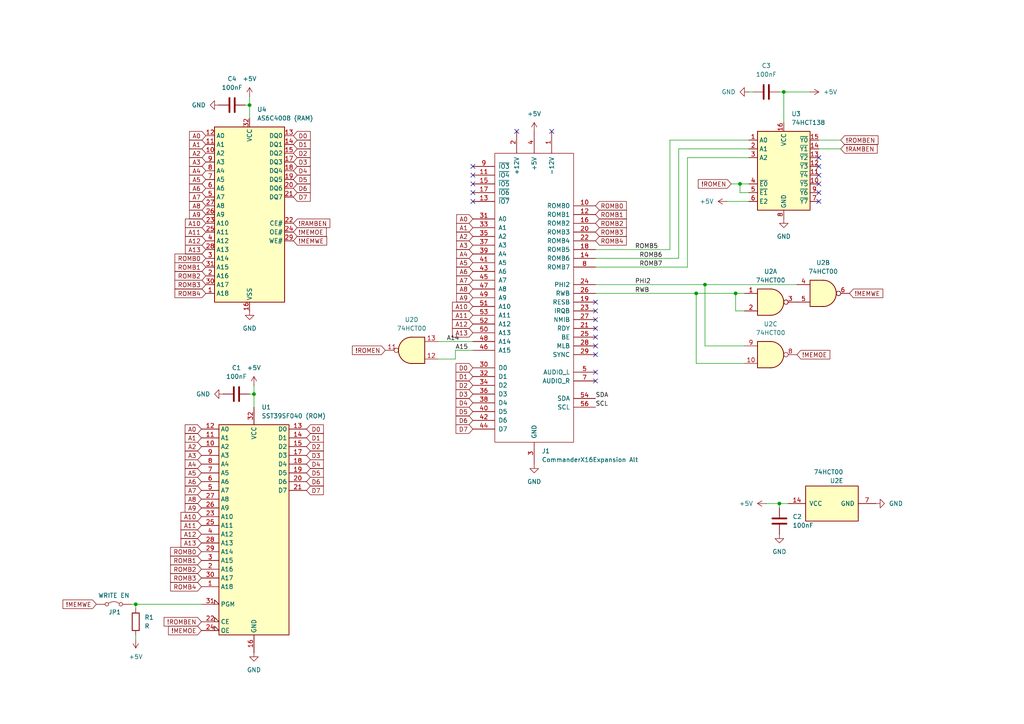
<source format=kicad_sch>
(kicad_sch (version 20231120) (generator "eeschema") (generator_version "8.0")
  (paper "A4")
  (lib_symbols
    (symbol "74xx:74HCT00" (pin_names (offset 1.016))
      (property "Reference" "U" (at 0 1.27 0))
      (property "Value" "74HCT00" (at 0 -1.27 0))
      (symbol "74HCT00_1_1"
        (arc (start 0 -3.81) (mid 3.7934 0) (end 0 3.81) (stroke (width 0.254)) (fill (type background)))
        (polyline (pts (xy 0 3.81) (xy -3.81 3.81) (xy -3.81 -3.81) (xy 0 -3.81)) (stroke (width 0.254)) (fill (type background)))
        (pin input line (at -7.62 2.54 0) (length 3.81) (name "~") (number "1"))
        (pin input line (at -7.62 -2.54 0) (length 3.81) (name "~") (number "2"))
        (pin output inverted (at 7.62 0 180) (length 3.81) (name "~") (number "3"))
      )
      (symbol "74HCT00_1_2"
        (arc (start -3.81 -3.81) (mid -2.589 0) (end -3.81 3.81) (stroke (width 0.254)))
        (arc (start -0.6096 -3.81) (mid 2.1842 -2.5851) (end 3.81 0) (stroke (width 0.254)) (fill (type background)))
        (polyline (pts (xy -3.81 -3.81) (xy -0.635 -3.81)) (stroke (width 0.254)) (fill (type background)))
        (polyline (pts (xy -3.81 3.81) (xy -0.635 3.81)) (stroke (width 0.254)) (fill (type background)))
        (polyline (pts (xy -0.635 3.81) (xy -3.81 3.81) (xy -3.81 3.81) (xy -3.556 3.4036) (xy -3.0226 2.2606) (xy -2.6924 1.0414) (xy -2.6162 -0.254) (xy -2.7686 -1.4986) (xy -3.175 -2.7178) (xy -3.81 -3.81) (xy -3.81 -3.81) (xy -0.635 -3.81)) (stroke (width -25.4)) (fill (type background)))
        (arc (start 3.81 0) (mid 2.1915 2.5936) (end -0.6096 3.81) (stroke (width 0.254)) (fill (type background)))
        (pin input inverted (at -7.62 2.54 0) (length 4.318) (name "~") (number "1"))
        (pin input inverted (at -7.62 -2.54 0) (length 4.318) (name "~") (number "2"))
        (pin output line (at 7.62 0 180) (length 3.81) (name "~") (number "3"))
      )
      (symbol "74HCT00_2_1"
        (arc (start 0 -3.81) (mid 3.7934 0) (end 0 3.81) (stroke (width 0.254)) (fill (type background)))
        (polyline (pts (xy 0 3.81) (xy -3.81 3.81) (xy -3.81 -3.81) (xy 0 -3.81)) (stroke (width 0.254)) (fill (type background)))
        (pin input line (at -7.62 2.54 0) (length 3.81) (name "~") (number "4"))
        (pin input line (at -7.62 -2.54 0) (length 3.81) (name "~") (number "5"))
        (pin output inverted (at 7.62 0 180) (length 3.81) (name "~") (number "6"))
      )
      (symbol "74HCT00_2_2"
        (arc (start -3.81 -3.81) (mid -2.589 0) (end -3.81 3.81) (stroke (width 0.254)))
        (arc (start -0.6096 -3.81) (mid 2.1842 -2.5851) (end 3.81 0) (stroke (width 0.254)) (fill (type background)))
        (polyline (pts (xy -3.81 -3.81) (xy -0.635 -3.81)) (stroke (width 0.254)) (fill (type background)))
        (polyline (pts (xy -3.81 3.81) (xy -0.635 3.81)) (stroke (width 0.254)) (fill (type background)))
        (polyline (pts (xy -0.635 3.81) (xy -3.81 3.81) (xy -3.81 3.81) (xy -3.556 3.4036) (xy -3.0226 2.2606) (xy -2.6924 1.0414) (xy -2.6162 -0.254) (xy -2.7686 -1.4986) (xy -3.175 -2.7178) (xy -3.81 -3.81) (xy -3.81 -3.81) (xy -0.635 -3.81)) (stroke (width -25.4)) (fill (type background)))
        (arc (start 3.81 0) (mid 2.1915 2.5936) (end -0.6096 3.81) (stroke (width 0.254)) (fill (type background)))
        (pin input inverted (at -7.62 2.54 0) (length 4.318) (name "~") (number "4"))
        (pin input inverted (at -7.62 -2.54 0) (length 4.318) (name "~") (number "5"))
        (pin output line (at 7.62 0 180) (length 3.81) (name "~") (number "6"))
      )
      (symbol "74HCT00_3_1"
        (arc (start 0 -3.81) (mid 3.7934 0) (end 0 3.81) (stroke (width 0.254)) (fill (type background)))
        (polyline (pts (xy 0 3.81) (xy -3.81 3.81) (xy -3.81 -3.81) (xy 0 -3.81)) (stroke (width 0.254)) (fill (type background)))
        (pin input line (at -7.62 -2.54 0) (length 3.81) (name "~") (number "10"))
        (pin output inverted (at 7.62 0 180) (length 3.81) (name "~") (number "8"))
        (pin input line (at -7.62 2.54 0) (length 3.81) (name "~") (number "9"))
      )
      (symbol "74HCT00_3_2"
        (arc (start -3.81 -3.81) (mid -2.589 0) (end -3.81 3.81) (stroke (width 0.254)))
        (arc (start -0.6096 -3.81) (mid 2.1842 -2.5851) (end 3.81 0) (stroke (width 0.254)) (fill (type background)))
        (polyline (pts (xy -3.81 -3.81) (xy -0.635 -3.81)) (stroke (width 0.254)) (fill (type background)))
        (polyline (pts (xy -3.81 3.81) (xy -0.635 3.81)) (stroke (width 0.254)) (fill (type background)))
        (polyline (pts (xy -0.635 3.81) (xy -3.81 3.81) (xy -3.81 3.81) (xy -3.556 3.4036) (xy -3.0226 2.2606) (xy -2.6924 1.0414) (xy -2.6162 -0.254) (xy -2.7686 -1.4986) (xy -3.175 -2.7178) (xy -3.81 -3.81) (xy -3.81 -3.81) (xy -0.635 -3.81)) (stroke (width -25.4)) (fill (type background)))
        (arc (start 3.81 0) (mid 2.1915 2.5936) (end -0.6096 3.81) (stroke (width 0.254)) (fill (type background)))
        (pin input inverted (at -7.62 -2.54 0) (length 4.318) (name "~") (number "10"))
        (pin output line (at 7.62 0 180) (length 3.81) (name "~") (number "8"))
        (pin input inverted (at -7.62 2.54 0) (length 4.318) (name "~") (number "9"))
      )
      (symbol "74HCT00_4_1"
        (arc (start 0 -3.81) (mid 3.7934 0) (end 0 3.81) (stroke (width 0.254)) (fill (type background)))
        (polyline (pts (xy 0 3.81) (xy -3.81 3.81) (xy -3.81 -3.81) (xy 0 -3.81)) (stroke (width 0.254)) (fill (type background)))
        (pin output inverted (at 7.62 0 180) (length 3.81) (name "~") (number "11"))
        (pin input line (at -7.62 2.54 0) (length 3.81) (name "~") (number "12"))
        (pin input line (at -7.62 -2.54 0) (length 3.81) (name "~") (number "13"))
      )
      (symbol "74HCT00_4_2"
        (arc (start -3.81 -3.81) (mid -2.589 0) (end -3.81 3.81) (stroke (width 0.254)))
        (arc (start -0.6096 -3.81) (mid 2.1842 -2.5851) (end 3.81 0) (stroke (width 0.254)) (fill (type background)))
        (polyline (pts (xy -3.81 -3.81) (xy -0.635 -3.81)) (stroke (width 0.254)) (fill (type background)))
        (polyline (pts (xy -3.81 3.81) (xy -0.635 3.81)) (stroke (width 0.254)) (fill (type background)))
        (polyline (pts (xy -0.635 3.81) (xy -3.81 3.81) (xy -3.81 3.81) (xy -3.556 3.4036) (xy -3.0226 2.2606) (xy -2.6924 1.0414) (xy -2.6162 -0.254) (xy -2.7686 -1.4986) (xy -3.175 -2.7178) (xy -3.81 -3.81) (xy -3.81 -3.81) (xy -0.635 -3.81)) (stroke (width -25.4)) (fill (type background)))
        (arc (start 3.81 0) (mid 2.1915 2.5936) (end -0.6096 3.81) (stroke (width 0.254)) (fill (type background)))
        (pin output line (at 7.62 0 180) (length 3.81) (name "~") (number "11"))
        (pin input inverted (at -7.62 2.54 0) (length 4.318) (name "~") (number "12"))
        (pin input inverted (at -7.62 -2.54 0) (length 4.318) (name "~") (number "13"))
      )
      (symbol "74HCT00_5_0"
        (pin power_in line (at 0 12.7 270) (length 5.08) (name "VCC") (number "14"))
        (pin power_in line (at 0 -12.7 90) (length 5.08) (name "GND") (number "7"))
      )
      (symbol "74HCT00_5_1"
        (rectangle (start -5.08 7.62) (end 5.08 -7.62) (stroke (width 0.254)) (fill (type background)))
      )
    )
    (symbol "74xx:74HCT138"
      (property "Reference" "U" (at -7.62 13.97 0))
      (property "Value" "74HCT138" (at 2.54 -11.43 0))
      (symbol "74HCT138_0_1"
        (rectangle (start -7.62 12.7) (end 7.62 -10.16) (stroke (width 0.254)) (fill (type background)))
      )
      (symbol "74HCT138_1_1"
        (pin input line (at -10.16 10.16 0) (length 2.54) (name "A0") (number "1"))
        (pin output line (at 10.16 -2.54 180) (length 2.54) (name "~{Y5}") (number "10"))
        (pin output line (at 10.16 0 180) (length 2.54) (name "~{Y4}") (number "11"))
        (pin output line (at 10.16 2.54 180) (length 2.54) (name "~{Y3}") (number "12"))
        (pin output line (at 10.16 5.08 180) (length 2.54) (name "~{Y2}") (number "13"))
        (pin output line (at 10.16 7.62 180) (length 2.54) (name "~{Y1}") (number "14"))
        (pin output line (at 10.16 10.16 180) (length 2.54) (name "~{Y0}") (number "15"))
        (pin power_in line (at 0 15.24 270) (length 2.54) (name "VCC") (number "16"))
        (pin input line (at -10.16 7.62 0) (length 2.54) (name "A1") (number "2"))
        (pin input line (at -10.16 5.08 0) (length 2.54) (name "A2") (number "3"))
        (pin input line (at -10.16 -2.54 0) (length 2.54) (name "~{E0}") (number "4"))
        (pin input line (at -10.16 -5.08 0) (length 2.54) (name "~{E1}") (number "5"))
        (pin input line (at -10.16 -7.62 0) (length 2.54) (name "E2") (number "6"))
        (pin output line (at 10.16 -7.62 180) (length 2.54) (name "~{Y7}") (number "7"))
        (pin power_in line (at 0 -12.7 90) (length 2.54) (name "GND") (number "8"))
        (pin output line (at 10.16 -5.08 180) (length 2.54) (name "~{Y6}") (number "9"))
      )
    )
    (symbol "CommanderX16Expansion:CommanderX16Expansion Alt" (pin_names (offset 1.016)) (in_bom no)
      (property "Reference" "J" (at 0 -2.54 0))
      (property "Value" "CommanderX16Expansion Alt" (at 0 2.54 0))
      (symbol "CommanderX16Expansion Alt_1_0"
        (rectangle (start -11.43 41.91) (end 11.43 -41.91))
      )
      (symbol "CommanderX16Expansion Alt_1_1"
        (pin power_out line (at 5.08 48.26 270) (length 6.35) (name "-12V") (number "1"))
        (pin output line (at 17.78 26.67 180) (length 6.35) (name "ROMB0") (number "10"))
        (pin output line (at -17.78 35.56 0) (length 6.35) (name "~{IO4}") (number "11"))
        (pin output line (at 17.78 24.13 180) (length 6.35) (name "ROMB1") (number "12"))
        (pin output line (at -17.78 27.94 0) (length 6.35) (name "~{IO7}") (number "13"))
        (pin output line (at 17.78 11.43 180) (length 6.35) (name "ROMB6") (number "14"))
        (pin output line (at -17.78 33.02 0) (length 6.35) (name "~{IO5}") (number "15"))
        (pin output line (at 17.78 21.59 180) (length 6.35) (name "ROMB2") (number "16"))
        (pin output line (at -17.78 30.48 0) (length 6.35) (name "~{IO6}") (number "17"))
        (pin output line (at 17.78 13.97 180) (length 6.35) (name "ROMB5") (number "18"))
        (pin bidirectional line (at 17.78 -1.27 180) (length 6.35) (name "RESB") (number "19"))
        (pin power_out line (at -5.08 48.26 270) (length 6.35) (name "+12V") (number "2"))
        (pin output line (at 17.78 19.05 180) (length 6.35) (name "ROMB3") (number "20"))
        (pin bidirectional line (at 17.78 -8.89 180) (length 6.35) (name "RDY") (number "21"))
        (pin output line (at 17.78 16.51 180) (length 6.35) (name "ROMB4") (number "22"))
        (pin input line (at 17.78 -3.81 180) (length 6.35) (name "IRQB") (number "23"))
        (pin output line (at 17.78 3.81 180) (length 6.35) (name "PHI2") (number "24"))
        (pin input line (at 17.78 -11.43 180) (length 6.35) (name "BE") (number "25"))
        (pin output line (at 17.78 1.27 180) (length 6.35) (name "RWB") (number "26"))
        (pin input line (at 17.78 -6.35 180) (length 6.35) (name "NMIB") (number "27"))
        (pin output line (at 17.78 -13.97 180) (length 6.35) (name "MLB") (number "28"))
        (pin output line (at 17.78 -16.51 180) (length 6.35) (name "SYNC") (number "29"))
        (pin power_out line (at 0 -48.26 90) (length 6.35) (name "GND") (number "3"))
        (pin bidirectional line (at -17.78 -20.32 0) (length 6.35) (name "D0") (number "30"))
        (pin output line (at -17.78 22.86 0) (length 6.35) (name "A0") (number "31"))
        (pin bidirectional line (at -17.78 -22.86 0) (length 6.35) (name "D1") (number "32"))
        (pin output line (at -17.78 20.32 0) (length 6.35) (name "A1") (number "33"))
        (pin bidirectional line (at -17.78 -25.4 0) (length 6.35) (name "D2") (number "34"))
        (pin output line (at -17.78 17.78 0) (length 6.35) (name "A2") (number "35"))
        (pin bidirectional line (at -17.78 -27.94 0) (length 6.35) (name "D3") (number "36"))
        (pin output line (at -17.78 15.24 0) (length 6.35) (name "A3") (number "37"))
        (pin bidirectional line (at -17.78 -30.48 0) (length 6.35) (name "D4") (number "38"))
        (pin output line (at -17.78 12.7 0) (length 6.35) (name "A4") (number "39"))
        (pin power_out line (at 0 48.26 270) (length 6.35) (name "+5V") (number "4"))
        (pin bidirectional line (at -17.78 -33.02 0) (length 6.35) (name "D5") (number "40"))
        (pin output line (at -17.78 10.16 0) (length 6.35) (name "A5") (number "41"))
        (pin bidirectional line (at -17.78 -35.56 0) (length 6.35) (name "D6") (number "42"))
        (pin output line (at -17.78 7.62 0) (length 6.35) (name "A6") (number "43"))
        (pin bidirectional line (at -17.78 -38.1 0) (length 6.35) (name "D7") (number "44"))
        (pin output line (at -17.78 5.08 0) (length 6.35) (name "A7") (number "45"))
        (pin output line (at -17.78 -15.24 0) (length 6.35) (name "A15") (number "46"))
        (pin output line (at -17.78 2.54 0) (length 6.35) (name "A8") (number "47"))
        (pin output line (at -17.78 -12.7 0) (length 6.35) (name "A14") (number "48"))
        (pin output line (at -17.78 0 0) (length 6.35) (name "A9") (number "49"))
        (pin bidirectional line (at 17.78 -21.59 180) (length 6.35) (name "AUDIO_L") (number "5"))
        (pin output line (at -17.78 -10.16 0) (length 6.35) (name "A13") (number "50"))
        (pin output line (at -17.78 -2.54 0) (length 6.35) (name "A10") (number "51"))
        (pin output line (at -17.78 -7.62 0) (length 6.35) (name "A12") (number "52"))
        (pin output line (at -17.78 -5.08 0) (length 6.35) (name "A11") (number "53"))
        (pin bidirectional line (at 17.78 -29.21 180) (length 6.35) (name "SDA") (number "54"))
        (pin power_out line (at 0 -48.26 90) (length 6.35) hide (name "GND") (number "55"))
        (pin output line (at 17.78 -31.75 180) (length 6.35) (name "SCL") (number "56"))
        (pin power_out line (at 0 48.26 270) (length 6.35) hide (name "+5V") (number "57"))
        (pin power_out line (at 0 -48.26 90) (length 6.35) hide (name "GND") (number "58"))
        (pin power_out line (at -5.08 48.26 270) (length 6.35) hide (name "+12V") (number "59"))
        (pin power_out line (at 0 -48.26 90) (length 6.35) hide (name "GND") (number "6"))
        (pin power_out line (at 5.08 48.26 270) (length 6.35) hide (name "-12V") (number "60"))
        (pin bidirectional line (at 17.78 -24.13 180) (length 6.35) (name "AUDIO_R") (number "7"))
        (pin output line (at 17.78 8.89 180) (length 6.35) (name "ROMB7") (number "8"))
        (pin output line (at -17.78 38.1 0) (length 6.35) (name "~{IO3}") (number "9"))
      )
    )
    (symbol "Device:C" (pin_numbers hide) (pin_names (offset 0.254))
      (property "Reference" "C" (at 0.635 2.54 0))
      (property "Value" "C" (at 0.635 -2.54 0))
      (symbol "C_0_1"
        (polyline (pts (xy -2.032 -0.762) (xy 2.032 -0.762)) (stroke (width 0.508)))
        (polyline (pts (xy -2.032 0.762) (xy 2.032 0.762)) (stroke (width 0.508)))
      )
      (symbol "C_1_1"
        (pin passive line (at 0 3.81 270) (length 2.794) (name "~") (number "1"))
        (pin passive line (at 0 -3.81 90) (length 2.794) (name "~") (number "2"))
      )
    )
    (symbol "Device:C_Small" (pin_numbers hide) (pin_names (offset 0.254) hide)
      (property "Reference" "C" (at 0.254 1.778 0))
      (property "Value" "C_Small" (at 0.254 -2.032 0))
      (symbol "C_Small_0_1"
        (polyline (pts (xy -1.524 -0.508) (xy 1.524 -0.508)) (stroke (width 0.3302)))
        (polyline (pts (xy -1.524 0.508) (xy 1.524 0.508)) (stroke (width 0.3048)))
      )
      (symbol "C_Small_1_1"
        (pin passive line (at 0 2.54 270) (length 2.032) (name "~") (number "1"))
        (pin passive line (at 0 -2.54 90) (length 2.032) (name "~") (number "2"))
      )
    )
    (symbol "Device:R" (pin_numbers hide) (pin_names (offset 0))
      (property "Reference" "R" (at 2.032 0 90))
      (property "Value" "R" (at 0 0 90))
      (symbol "R_0_1"
        (rectangle (start -1.016 -2.54) (end 1.016 2.54) (stroke (width 0.254)))
      )
      (symbol "R_1_1"
        (pin passive line (at 0 3.81 270) (length 1.27) (name "~") (number "1"))
        (pin passive line (at 0 -3.81 90) (length 1.27) (name "~") (number "2"))
      )
    )
    (symbol "Device:R_Small" (pin_numbers hide) (pin_names (offset 0.254) hide)
      (property "Reference" "R" (at 0.762 0.508 0))
      (property "Value" "R_Small" (at 0.762 -1.016 0))
      (symbol "R_Small_0_1"
        (rectangle (start -0.762 1.778) (end 0.762 -1.778) (stroke (width 0.2032)))
      )
      (symbol "R_Small_1_1"
        (pin passive line (at 0 2.54 270) (length 0.762) (name "~") (number "1"))
        (pin passive line (at 0 -2.54 90) (length 0.762) (name "~") (number "2"))
      )
    )
    (symbol "Jumper:Jumper_2_Bridged" (pin_numbers hide) (pin_names (offset 0) hide) (exclude_from_sim yes)
      (property "Reference" "JP" (at 0 1.905 0))
      (property "Value" "Jumper_2_Bridged" (at 0 -2.54 0))
      (symbol "Jumper_2_Bridged_0_0"
        (circle (center -2.032 0) (radius 0.508))
        (circle (center 2.032 0) (radius 0.508))
      )
      (symbol "Jumper_2_Bridged_0_1"
        (arc (start 1.524 0.254) (mid 0 0.762) (end -1.524 0.254))
      )
      (symbol "Jumper_2_Bridged_1_1"
        (pin passive line (at -5.08 0 0) (length 2.54) (name "A") (number "1"))
        (pin passive line (at 5.08 0 180) (length 2.54) (name "B") (number "2"))
      )
    )
    (symbol "Memory_Flash:SST39SF040"
      (property "Reference" "U" (at 2.54 33.02 0))
      (property "Value" "SST39SF040" (at 0 -30.48 0))
      (symbol "SST39SF040_0_0"
        (pin power_in line (at 0 -34.29 90) (length 5.08) (name "GND") (number "16"))
        (pin power_in line (at 0 36.83 270) (length 5.08) (name "VCC") (number "32"))
      )
      (symbol "SST39SF040_0_1"
        (rectangle (start -10.16 31.75) (end 10.16 -29.21) (stroke (width 0.254)) (fill (type background)))
      )
      (symbol "SST39SF040_1_1"
        (pin input line (at -15.24 -15.24 0) (length 5.08) (name "A18") (number "1"))
        (pin input line (at -15.24 25.4 0) (length 5.08) (name "A2") (number "10"))
        (pin input line (at -15.24 27.94 0) (length 5.08) (name "A1") (number "11"))
        (pin input line (at -15.24 30.48 0) (length 5.08) (name "A0") (number "12"))
        (pin tri_state line (at 15.24 30.48 180) (length 5.08) (name "D0") (number "13"))
        (pin tri_state line (at 15.24 27.94 180) (length 5.08) (name "D1") (number "14"))
        (pin tri_state line (at 15.24 25.4 180) (length 5.08) (name "D2") (number "15"))
        (pin tri_state line (at 15.24 22.86 180) (length 5.08) (name "D3") (number "17"))
        (pin tri_state line (at 15.24 20.32 180) (length 5.08) (name "D4") (number "18"))
        (pin tri_state line (at 15.24 17.78 180) (length 5.08) (name "D5") (number "19"))
        (pin input line (at -15.24 -10.16 0) (length 5.08) (name "A16") (number "2"))
        (pin tri_state line (at 15.24 15.24 180) (length 5.08) (name "D6") (number "20"))
        (pin tri_state line (at 15.24 12.7 180) (length 5.08) (name "D7") (number "21"))
        (pin input input_low (at -15.24 -25.4 0) (length 5.08) (name "CE") (number "22"))
        (pin input line (at -15.24 5.08 0) (length 5.08) (name "A10") (number "23"))
        (pin input input_low (at -15.24 -27.94 0) (length 5.08) (name "OE") (number "24"))
        (pin input line (at -15.24 2.54 0) (length 5.08) (name "A11") (number "25"))
        (pin input line (at -15.24 7.62 0) (length 5.08) (name "A9") (number "26"))
        (pin input line (at -15.24 10.16 0) (length 5.08) (name "A8") (number "27"))
        (pin input line (at -15.24 -2.54 0) (length 5.08) (name "A13") (number "28"))
        (pin input line (at -15.24 -5.08 0) (length 5.08) (name "A14") (number "29"))
        (pin input line (at -15.24 -7.62 0) (length 5.08) (name "A15") (number "3"))
        (pin input line (at -15.24 -12.7 0) (length 5.08) (name "A17") (number "30"))
        (pin input input_low (at -15.24 -20.32 0) (length 5.08) (name "PGM") (number "31"))
        (pin input line (at -15.24 0 0) (length 5.08) (name "A12") (number "4"))
        (pin input line (at -15.24 12.7 0) (length 5.08) (name "A7") (number "5"))
        (pin input line (at -15.24 15.24 0) (length 5.08) (name "A6") (number "6"))
        (pin input line (at -15.24 17.78 0) (length 5.08) (name "A5") (number "7"))
        (pin input line (at -15.24 20.32 0) (length 5.08) (name "A4") (number "8"))
        (pin input line (at -15.24 22.86 0) (length 5.08) (name "A3") (number "9"))
      )
    )
    (symbol "Memory_NVRAM:FM24C64B" (pin_names (offset 1.016))
      (property "Reference" "U" (at -5.08 8.89 0))
      (property "Value" "FM24C64B" (at 6.35 -8.89 0))
      (symbol "FM24C64B_0_1"
        (rectangle (start -7.62 5.08) (end 7.62 -5.08) (stroke (width 0.254)) (fill (type background)))
      )
      (symbol "FM24C64B_1_1"
        (pin input line (at -10.16 2.54 0) (length 2.54) (name "A0") (number "1"))
        (pin input line (at -10.16 0 0) (length 2.54) (name "A1") (number "2"))
        (pin input line (at -10.16 -2.54 0) (length 2.54) (name "A2") (number "3"))
        (pin power_in line (at 0 -7.62 90) (length 2.54) (name "VSS") (number "4"))
        (pin bidirectional line (at 10.16 2.54 180) (length 2.54) (name "SDA") (number "5"))
        (pin input line (at 10.16 0 180) (length 2.54) (name "SCL") (number "6"))
        (pin input line (at 10.16 -2.54 180) (length 2.54) (name "WP") (number "7"))
        (pin power_in line (at 0 7.62 270) (length 2.54) (name "VDD") (number "8"))
      )
    )
    (symbol "Memory_RAM:AS6C4008-55PCN"
      (property "Reference" "U" (at -10.16 26.035 0))
      (property "Value" "AS6C4008-55PCN" (at 2.54 26.035 0))
      (symbol "AS6C4008-55PCN_0_0"
        (pin power_in line (at 0 -27.94 90) (length 2.54) (name "VSS") (number "16"))
        (pin power_in line (at 0 27.94 270) (length 2.54) (name "VCC") (number "32"))
      )
      (symbol "AS6C4008-55PCN_0_1"
        (rectangle (start -10.16 25.4) (end 10.16 -25.4) (stroke (width 0.254)) (fill (type background)))
      )
      (symbol "AS6C4008-55PCN_1_1"
        (pin input line (at -12.7 -22.86 0) (length 2.54) (name "A18") (number "1"))
        (pin input line (at -12.7 17.78 0) (length 2.54) (name "A2") (number "10"))
        (pin input line (at -12.7 20.32 0) (length 2.54) (name "A1") (number "11"))
        (pin input line (at -12.7 22.86 0) (length 2.54) (name "A0") (number "12"))
        (pin tri_state line (at 12.7 22.86 180) (length 2.54) (name "DQ0") (number "13"))
        (pin tri_state line (at 12.7 20.32 180) (length 2.54) (name "DQ1") (number "14"))
        (pin tri_state line (at 12.7 17.78 180) (length 2.54) (name "DQ2") (number "15"))
        (pin tri_state line (at 12.7 15.24 180) (length 2.54) (name "DQ3") (number "17"))
        (pin tri_state line (at 12.7 12.7 180) (length 2.54) (name "DQ4") (number "18"))
        (pin tri_state line (at 12.7 10.16 180) (length 2.54) (name "DQ5") (number "19"))
        (pin input line (at -12.7 -17.78 0) (length 2.54) (name "A16") (number "2"))
        (pin tri_state line (at 12.7 7.62 180) (length 2.54) (name "DQ6") (number "20"))
        (pin tri_state line (at 12.7 5.08 180) (length 2.54) (name "DQ7") (number "21"))
        (pin input line (at 12.7 -2.54 180) (length 2.54) (name "CE#") (number "22"))
        (pin input line (at -12.7 -2.54 0) (length 2.54) (name "A10") (number "23"))
        (pin input line (at 12.7 -5.08 180) (length 2.54) (name "OE#") (number "24"))
        (pin input line (at -12.7 -5.08 0) (length 2.54) (name "A11") (number "25"))
        (pin input line (at -12.7 0 0) (length 2.54) (name "A9") (number "26"))
        (pin input line (at -12.7 2.54 0) (length 2.54) (name "A8") (number "27"))
        (pin input line (at -12.7 -10.16 0) (length 2.54) (name "A13") (number "28"))
        (pin input line (at 12.7 -7.62 180) (length 2.54) (name "WE#") (number "29"))
        (pin input line (at -12.7 -12.7 0) (length 2.54) (name "A14") (number "3"))
        (pin input line (at -12.7 -20.32 0) (length 2.54) (name "A17") (number "30"))
        (pin input line (at -12.7 -15.24 0) (length 2.54) (name "A15") (number "31"))
        (pin input line (at -12.7 -7.62 0) (length 2.54) (name "A12") (number "4"))
        (pin input line (at -12.7 5.08 0) (length 2.54) (name "A7") (number "5"))
        (pin input line (at -12.7 7.62 0) (length 2.54) (name "A6") (number "6"))
        (pin input line (at -12.7 10.16 0) (length 2.54) (name "A5") (number "7"))
        (pin input line (at -12.7 12.7 0) (length 2.54) (name "A4") (number "8"))
        (pin input line (at -12.7 15.24 0) (length 2.54) (name "A3") (number "9"))
      )
    )
    (symbol "Switch:SW_DIP_x04" (pin_names (offset 0) hide)
      (property "Reference" "SW" (at 0 8.89 0))
      (property "Value" "SW_DIP_x04" (at 0 -6.35 0))
      (symbol "SW_DIP_x04_0_0"
        (circle (center -2.032 -2.54) (radius 0.508))
        (circle (center -2.032 0) (radius 0.508))
        (circle (center -2.032 2.54) (radius 0.508))
        (circle (center -2.032 5.08) (radius 0.508))
        (polyline (pts (xy -1.524 -2.3876) (xy 2.3622 -1.3462)))
        (polyline (pts (xy -1.524 0.127) (xy 2.3622 1.1684)))
        (polyline (pts (xy -1.524 2.667) (xy 2.3622 3.7084)))
        (polyline (pts (xy -1.524 5.207) (xy 2.3622 6.2484)))
        (circle (center 2.032 -2.54) (radius 0.508))
        (circle (center 2.032 0) (radius 0.508))
        (circle (center 2.032 2.54) (radius 0.508))
        (circle (center 2.032 5.08) (radius 0.508))
      )
      (symbol "SW_DIP_x04_0_1"
        (rectangle (start -3.81 7.62) (end 3.81 -5.08) (stroke (width 0.254)) (fill (type background)))
      )
      (symbol "SW_DIP_x04_1_1"
        (pin passive line (at -7.62 5.08 0) (length 5.08) (name "~") (number "1"))
        (pin passive line (at -7.62 2.54 0) (length 5.08) (name "~") (number "2"))
        (pin passive line (at -7.62 0 0) (length 5.08) (name "~") (number "3"))
        (pin passive line (at -7.62 -2.54 0) (length 5.08) (name "~") (number "4"))
        (pin passive line (at 7.62 -2.54 180) (length 5.08) (name "~") (number "5"))
        (pin passive line (at 7.62 0 180) (length 5.08) (name "~") (number "6"))
        (pin passive line (at 7.62 2.54 180) (length 5.08) (name "~") (number "7"))
        (pin passive line (at 7.62 5.08 180) (length 5.08) (name "~") (number "8"))
      )
    )
    (symbol "power:+5V" (power) (pin_numbers hide) (pin_names (offset 0) hide)
      (property "Value" "+5V" (at 0 3.556 0))
      (symbol "+5V_0_1"
        (polyline (pts (xy -0.762 1.27) (xy 0 2.54)))
        (polyline (pts (xy 0 0) (xy 0 2.54)))
        (polyline (pts (xy 0 2.54) (xy 0.762 1.27)))
      )
      (symbol "+5V_1_1"
        (pin power_in line (at 0 0 90) (length 0) (name "~") (number "1"))
      )
    )
    (symbol "power:GND" (power) (pin_numbers hide) (pin_names (offset 0) hide)
      (property "Value" "GND" (at 0 -3.81 0))
      (symbol "GND_0_1"
        (polyline (pts (xy 0 0) (xy 0 -1.27) (xy 1.27 -1.27) (xy 0 -2.54) (xy -1.27 -1.27) (xy 0 -1.27)))
      )
      (symbol "GND_1_1"
        (pin power_in line (at 0 0 270) (length 0) (name "~") (number "1"))
      )
    )
  )
  (junction (at 227.33 26.67))
  (junction (at 214.63 53.34))
  (junction (at 201.93 85.09))
  (junction (at 193.04 237.49))
  (junction (at 204.47 82.55))
  (junction (at 148.59 234.95))
  (junction (at 73.66 114.3))
  (junction (at 179.07 226.06))
  (junction (at 39.37 175.26))
  (junction (at 148.59 232.41))
  (junction (at 72.39 30.48))
  (junction (at 213.36 85.09))
  (junction (at 226.06 146.05))
  (no_connect (at 137.16 55.88))
  (no_connect (at 237.49 55.88))
  (no_connect (at 172.72 87.63))
  (no_connect (at 237.49 50.8))
  (no_connect (at 137.16 48.26))
  (no_connect (at 137.16 53.34))
  (no_connect (at 149.86 38.1))
  (no_connect (at 237.49 48.26))
  (no_connect (at 172.72 100.33))
  (no_connect (at 172.72 97.79))
  (no_connect (at 237.49 58.42))
  (no_connect (at 172.72 110.49))
  (no_connect (at 172.72 102.87))
  (no_connect (at 137.16 58.42))
  (no_connect (at 172.72 107.95))
  (no_connect (at 237.49 45.72))
  (no_connect (at 160.02 38.1))
  (no_connect (at 172.72 90.17))
  (no_connect (at 172.72 92.71))
  (no_connect (at 172.72 95.25))
  (no_connect (at 137.16 50.8))
  (no_connect (at 237.49 53.34))
  (wire (pts (xy 212.09 53.34) (xy 214.63 53.34)))
  (wire (pts (xy 148.59 234.95) (xy 151.13 234.95)))
  (wire (pts (xy 166.37 234.95) (xy 168.91 234.95)))
  (wire (pts (xy 193.04 255.27) (xy 193.04 237.49)))
  (wire (pts (xy 179.07 226.06) (xy 179.07 227.33)))
  (wire (pts (xy 148.59 229.87) (xy 148.59 232.41)))
  (wire (pts (xy 217.17 26.67) (xy 218.44 26.67)))
  (wire (pts (xy 132.08 104.14) (xy 127 104.14)))
  (wire (pts (xy 176.53 226.06) (xy 179.07 226.06)))
  (wire (pts (xy 148.59 240.03) (xy 148.59 242.57)))
  (wire (pts (xy 201.93 105.41) (xy 201.93 85.09)))
  (wire (pts (xy 72.39 114.3) (xy 73.66 114.3)))
  (wire (pts (xy 151.13 237.49) (xy 148.59 237.49)))
  (wire (pts (xy 148.59 223.52) (xy 148.59 224.79)))
  (wire (pts (xy 39.37 185.42) (xy 39.37 184.15)))
  (wire (pts (xy 148.59 232.41) (xy 148.59 234.95)))
  (wire (pts (xy 151.13 240.03) (xy 148.59 240.03)))
  (wire (pts (xy 227.33 26.67) (xy 234.95 26.67)))
  (wire (pts (xy 127 99.06) (xy 137.16 99.06)))
  (wire (pts (xy 226.06 146.05) (xy 228.6 146.05)))
  (wire (pts (xy 222.25 146.05) (xy 226.06 146.05)))
  (wire (pts (xy 166.37 237.49) (xy 168.91 237.49)))
  (wire (pts (xy 215.9 100.33) (xy 204.47 100.33)))
  (wire (pts (xy 214.63 55.88) (xy 214.63 53.34)))
  (wire (pts (xy 39.37 175.26) (xy 58.42 175.26)))
  (wire (pts (xy 148.59 234.95) (xy 148.59 237.49)))
  (wire (pts (xy 172.72 85.09) (xy 201.93 85.09)))
  (wire (pts (xy 215.9 105.41) (xy 201.93 105.41)))
  (wire (pts (xy 217.17 43.18) (xy 196.85 43.18)))
  (wire (pts (xy 194.31 72.39) (xy 194.31 40.64)))
  (wire (pts (xy 199.39 77.47) (xy 199.39 45.72)))
  (wire (pts (xy 226.06 26.67) (xy 227.33 26.67)))
  (wire (pts (xy 166.37 232.41) (xy 168.91 232.41)))
  (wire (pts (xy 71.12 30.48) (xy 72.39 30.48)))
  (wire (pts (xy 196.85 43.18) (xy 196.85 74.93)))
  (wire (pts (xy 207.01 232.41) (xy 207.01 237.49)))
  (wire (pts (xy 194.31 40.64) (xy 217.17 40.64)))
  (wire (pts (xy 39.37 175.26) (xy 39.37 176.53)))
  (wire (pts (xy 227.33 26.67) (xy 227.33 35.56)))
  (wire (pts (xy 217.17 55.88) (xy 214.63 55.88)))
  (wire (pts (xy 189.23 237.49) (xy 193.04 237.49)))
  (wire (pts (xy 204.47 82.55) (xy 231.14 82.55)))
  (wire (pts (xy 72.39 34.29) (xy 72.39 30.48)))
  (wire (pts (xy 172.72 77.47) (xy 199.39 77.47)))
  (wire (pts (xy 172.72 72.39) (xy 194.31 72.39)))
  (wire (pts (xy 38.1 175.26) (xy 39.37 175.26)))
  (wire (pts (xy 148.59 232.41) (xy 151.13 232.41)))
  (wire (pts (xy 172.72 74.93) (xy 196.85 74.93)))
  (wire (pts (xy 199.39 45.72) (xy 217.17 45.72)))
  (wire (pts (xy 204.47 100.33) (xy 204.47 82.55)))
  (wire (pts (xy 193.04 237.49) (xy 199.39 237.49)))
  (wire (pts (xy 201.93 85.09) (xy 213.36 85.09)))
  (wire (pts (xy 179.07 224.79) (xy 179.07 226.06)))
  (wire (pts (xy 137.16 101.6) (xy 132.08 101.6)))
  (wire (pts (xy 73.66 118.11) (xy 73.66 114.3)))
  (wire (pts (xy 73.66 111.76) (xy 73.66 114.3)))
  (wire (pts (xy 179.07 242.57) (xy 179.07 246.38)))
  (wire (pts (xy 210.82 58.42) (xy 217.17 58.42)))
  (wire (pts (xy 215.9 90.17) (xy 213.36 90.17)))
  (wire (pts (xy 204.47 237.49) (xy 207.01 237.49)))
  (wire (pts (xy 226.06 146.05) (xy 226.06 147.32)))
  (wire (pts (xy 172.72 82.55) (xy 204.47 82.55)))
  (wire (pts (xy 243.84 40.64) (xy 237.49 40.64)))
  (wire (pts (xy 214.63 53.34) (xy 217.17 53.34)))
  (wire (pts (xy 213.36 85.09) (xy 215.9 85.09)))
  (wire (pts (xy 213.36 90.17) (xy 213.36 85.09)))
  (wire (pts (xy 166.37 255.27) (xy 193.04 255.27)))
  (wire (pts (xy 72.39 27.94) (xy 72.39 30.48)))
  (wire (pts (xy 237.49 43.18) (xy 243.84 43.18)))
  (wire (pts (xy 166.37 240.03) (xy 166.37 255.27)))
  (wire (pts (xy 168.91 226.06) (xy 171.45 226.06)))
  (wire (pts (xy 132.08 101.6) (xy 132.08 104.14)))
  (label "FA0" (at 166.37 232.41 0))
  (label "ROMB5" (at 184.15 72.39 0))
  (label "FA2" (at 166.37 237.49 0))
  (label "SDA" (at 189.23 232.41 0))
  (label "A15" (at 132.08 101.6 0))
  (label "WP" (at 190.5 237.49 0))
  (label "ROMB7" (at 185.42 77.47 0))
  (label "A14" (at 129.54 99.06 0))
  (label "ROMB6" (at 185.42 74.93 0))
  (label "PHI2" (at 184.15 82.55 0))
  (label "FA1" (at 166.37 234.95 0))
  (label "SDA" (at 172.72 115.57 0))
  (label "SCL" (at 189.23 234.95 0))
  (label "SCL" (at 172.72 118.11 0))
  (label "RWB" (at 184.15 85.09 0))
  (global_label "D0" (shape input) (at 85.09 39.37 0) (property "Intersheetrefs" "${INTERSHEET_REFS}" (effects (hide yes))))
  (global_label "D3" (shape input) (at 85.09 46.99 0) (property "Intersheetrefs" "${INTERSHEET_REFS}" (effects (hide yes))))
  (global_label "ROMB4" (shape input) (at 58.42 170.18 180) (property "Intersheetrefs" "${INTERSHEET_REFS}" (effects (hide yes))))
  (global_label "D2" (shape input) (at 137.16 111.76 180) (property "Intersheetrefs" "${INTERSHEET_REFS}" (effects (hide yes))))
  (global_label "ROMB0" (shape input) (at 58.42 160.02 180) (property "Intersheetrefs" "${INTERSHEET_REFS}" (effects (hide yes))))
  (global_label "D6" (shape input) (at 85.09 54.61 0) (property "Intersheetrefs" "${INTERSHEET_REFS}" (effects (hide yes))))
  (global_label "A6" (shape input) (at 59.69 54.61 180) (property "Intersheetrefs" "${INTERSHEET_REFS}" (effects (hide yes))))
  (global_label "!ROMEN" (shape input) (at 212.09 53.34 180) (property "Intersheetrefs" "${INTERSHEET_REFS}" (effects (hide yes))))
  (global_label "D5" (shape input) (at 137.16 119.38 180) (property "Intersheetrefs" "${INTERSHEET_REFS}" (effects (hide yes))))
  (global_label "A3" (shape input) (at 137.16 71.12 180) (property "Intersheetrefs" "${INTERSHEET_REFS}" (effects (hide yes))))
  (global_label "A9" (shape input) (at 137.16 86.36 180) (property "Intersheetrefs" "${INTERSHEET_REFS}" (effects (hide yes))))
  (global_label "A12" (shape input) (at 58.42 154.94 180) (property "Intersheetrefs" "${INTERSHEET_REFS}" (effects (hide yes))))
  (global_label "A8" (shape input) (at 137.16 83.82 180) (property "Intersheetrefs" "${INTERSHEET_REFS}" (effects (hide yes))))
  (global_label "!ROMBEN" (shape input) (at 58.42 180.34 180) (property "Intersheetrefs" "${INTERSHEET_REFS}" (effects (hide yes))))
  (global_label "A5" (shape input) (at 59.69 52.07 180) (property "Intersheetrefs" "${INTERSHEET_REFS}" (effects (hide yes))))
  (global_label "!MEMWE" (shape input) (at 246.38 85.09 0) (property "Intersheetrefs" "${INTERSHEET_REFS}" (effects (hide yes))))
  (global_label "!MEMOE" (shape input) (at 231.14 102.87 0) (property "Intersheetrefs" "${INTERSHEET_REFS}" (effects (hide yes))))
  (global_label "A12" (shape input) (at 59.69 69.85 180) (property "Intersheetrefs" "${INTERSHEET_REFS}" (effects (hide yes))))
  (global_label "A10" (shape input) (at 59.69 64.77 180) (property "Intersheetrefs" "${INTERSHEET_REFS}" (effects (hide yes))))
  (global_label "ROMB2" (shape input) (at 172.72 64.77 0) (property "Intersheetrefs" "${INTERSHEET_REFS}" (effects (hide yes))))
  (global_label "A9" (shape input) (at 58.42 147.32 180) (property "Intersheetrefs" "${INTERSHEET_REFS}" (effects (hide yes))))
  (global_label "A10" (shape input) (at 58.42 149.86 180) (property "Intersheetrefs" "${INTERSHEET_REFS}" (effects (hide yes))))
  (global_label "D4" (shape input) (at 85.09 49.53 0) (property "Intersheetrefs" "${INTERSHEET_REFS}" (effects (hide yes))))
  (global_label "D0" (shape input) (at 137.16 106.68 180) (property "Intersheetrefs" "${INTERSHEET_REFS}" (effects (hide yes))))
  (global_label "A3" (shape input) (at 58.42 132.08 180) (property "Intersheetrefs" "${INTERSHEET_REFS}" (effects (hide yes))))
  (global_label "A6" (shape input) (at 137.16 78.74 180) (property "Intersheetrefs" "${INTERSHEET_REFS}" (effects (hide yes))))
  (global_label "D7" (shape input) (at 85.09 57.15 0) (property "Intersheetrefs" "${INTERSHEET_REFS}" (effects (hide yes))))
  (global_label "A5" (shape input) (at 137.16 76.2 180) (property "Intersheetrefs" "${INTERSHEET_REFS}" (effects (hide yes))))
  (global_label "D1" (shape input) (at 137.16 109.22 180) (property "Intersheetrefs" "${INTERSHEET_REFS}" (effects (hide yes))))
  (global_label "ROMB1" (shape input) (at 58.42 162.56 180) (property "Intersheetrefs" "${INTERSHEET_REFS}" (effects (hide yes))))
  (global_label "A11" (shape input) (at 59.69 67.31 180) (property "Intersheetrefs" "${INTERSHEET_REFS}" (effects (hide yes))))
  (global_label "D3" (shape input) (at 88.9 132.08 0) (property "Intersheetrefs" "${INTERSHEET_REFS}" (effects (hide yes))))
  (global_label "A8" (shape input) (at 59.69 59.69 180) (property "Intersheetrefs" "${INTERSHEET_REFS}" (effects (hide yes))))
  (global_label "A13" (shape input) (at 59.69 72.39 180) (property "Intersheetrefs" "${INTERSHEET_REFS}" (effects (hide yes))))
  (global_label "A2" (shape input) (at 59.69 44.45 180) (property "Intersheetrefs" "${INTERSHEET_REFS}" (effects (hide yes))))
  (global_label "A2" (shape input) (at 137.16 68.58 180) (property "Intersheetrefs" "${INTERSHEET_REFS}" (effects (hide yes))))
  (global_label "A4" (shape input) (at 58.42 134.62 180) (property "Intersheetrefs" "${INTERSHEET_REFS}" (effects (hide yes))))
  (global_label "ROMB1" (shape input) (at 59.69 77.47 180) (property "Intersheetrefs" "${INTERSHEET_REFS}" (effects (hide yes))))
  (global_label "ROMB0" (shape input) (at 172.72 59.69 0) (property "Intersheetrefs" "${INTERSHEET_REFS}" (effects (hide yes))))
  (global_label "!ROMBEN" (shape input) (at 243.84 40.64 0) (property "Intersheetrefs" "${INTERSHEET_REFS}" (effects (hide yes))))
  (global_label "A12" (shape input) (at 137.16 93.98 180) (property "Intersheetrefs" "${INTERSHEET_REFS}" (effects (hide yes))))
  (global_label "D2" (shape input) (at 88.9 129.54 0) (property "Intersheetrefs" "${INTERSHEET_REFS}" (effects (hide yes))))
  (global_label "D1" (shape input) (at 88.9 127 0) (property "Intersheetrefs" "${INTERSHEET_REFS}" (effects (hide yes))))
  (global_label "D1" (shape input) (at 85.09 41.91 0) (property "Intersheetrefs" "${INTERSHEET_REFS}" (effects (hide yes))))
  (global_label "A7" (shape input) (at 58.42 142.24 180) (property "Intersheetrefs" "${INTERSHEET_REFS}" (effects (hide yes))))
  (global_label "D0" (shape input) (at 88.9 124.46 0) (property "Intersheetrefs" "${INTERSHEET_REFS}" (effects (hide yes))))
  (global_label "ROMB0" (shape input) (at 59.69 74.93 180) (property "Intersheetrefs" "${INTERSHEET_REFS}" (effects (hide yes))))
  (global_label "A9" (shape input) (at 59.69 62.23 180) (property "Intersheetrefs" "${INTERSHEET_REFS}" (effects (hide yes))))
  (global_label "A7" (shape input) (at 137.16 81.28 180) (property "Intersheetrefs" "${INTERSHEET_REFS}" (effects (hide yes))))
  (global_label "ROMB3" (shape input) (at 59.69 82.55 180) (property "Intersheetrefs" "${INTERSHEET_REFS}" (effects (hide yes))))
  (global_label "ROMB4" (shape input) (at 59.69 85.09 180) (property "Intersheetrefs" "${INTERSHEET_REFS}" (effects (hide yes))))
  (global_label "A13" (shape input) (at 137.16 96.52 180) (property "Intersheetrefs" "${INTERSHEET_REFS}" (effects (hide yes))))
  (global_label "A7" (shape input) (at 59.69 57.15 180) (property "Intersheetrefs" "${INTERSHEET_REFS}" (effects (hide yes))))
  (global_label "!MEMOE" (shape input) (at 58.42 182.88 180) (property "Intersheetrefs" "${INTERSHEET_REFS}" (effects (hide yes))))
  (global_label "A5" (shape input) (at 58.42 137.16 180) (property "Intersheetrefs" "${INTERSHEET_REFS}" (effects (hide yes))))
  (global_label "D2" (shape input) (at 85.09 44.45 0) (property "Intersheetrefs" "${INTERSHEET_REFS}" (effects (hide yes))))
  (global_label "!RAMBEN" (shape input) (at 85.09 64.77 0) (property "Intersheetrefs" "${INTERSHEET_REFS}" (effects (hide yes))))
  (global_label "A3" (shape input) (at 59.69 46.99 180) (property "Intersheetrefs" "${INTERSHEET_REFS}" (effects (hide yes))))
  (global_label "A2" (shape input) (at 58.42 129.54 180) (property "Intersheetrefs" "${INTERSHEET_REFS}" (effects (hide yes))))
  (global_label "A6" (shape input) (at 58.42 139.7 180) (property "Intersheetrefs" "${INTERSHEET_REFS}" (effects (hide yes))))
  (global_label "D3" (shape input) (at 137.16 114.3 180) (property "Intersheetrefs" "${INTERSHEET_REFS}" (effects (hide yes))))
  (global_label "D5" (shape input) (at 85.09 52.07 0) (property "Intersheetrefs" "${INTERSHEET_REFS}" (effects (hide yes))))
  (global_label "A1" (shape input) (at 137.16 66.04 180) (property "Intersheetrefs" "${INTERSHEET_REFS}" (effects (hide yes))))
  (global_label "D7" (shape input) (at 88.9 142.24 0) (property "Intersheetrefs" "${INTERSHEET_REFS}" (effects (hide yes))))
  (global_label "ROMB2" (shape input) (at 59.69 80.01 180) (property "Intersheetrefs" "${INTERSHEET_REFS}" (effects (hide yes))))
  (global_label "A0" (shape input) (at 59.69 39.37 180) (property "Intersheetrefs" "${INTERSHEET_REFS}" (effects (hide yes))))
  (global_label "!MEMOE" (shape input) (at 85.09 67.31 0) (property "Intersheetrefs" "${INTERSHEET_REFS}" (effects (hide yes))))
  (global_label "A0" (shape input) (at 137.16 63.5 180) (property "Intersheetrefs" "${INTERSHEET_REFS}" (effects (hide yes))))
  (global_label "A0" (shape input) (at 58.42 124.46 180) (property "Intersheetrefs" "${INTERSHEET_REFS}" (effects (hide yes))))
  (global_label "D6" (shape input) (at 137.16 121.92 180) (property "Intersheetrefs" "${INTERSHEET_REFS}" (effects (hide yes))))
  (global_label "D4" (shape input) (at 88.9 134.62 0) (property "Intersheetrefs" "${INTERSHEET_REFS}" (effects (hide yes))))
  (global_label "D5" (shape input) (at 88.9 137.16 0) (property "Intersheetrefs" "${INTERSHEET_REFS}" (effects (hide yes))))
  (global_label "A4" (shape input) (at 59.69 49.53 180) (property "Intersheetrefs" "${INTERSHEET_REFS}" (effects (hide yes))))
  (global_label "A1" (shape input) (at 59.69 41.91 180) (property "Intersheetrefs" "${INTERSHEET_REFS}" (effects (hide yes))))
  (global_label "ROMB2" (shape input) (at 58.42 165.1 180) (property "Intersheetrefs" "${INTERSHEET_REFS}" (effects (hide yes))))
  (global_label "A8" (shape input) (at 58.42 144.78 180) (property "Intersheetrefs" "${INTERSHEET_REFS}" (effects (hide yes))))
  (global_label "!MEMWE" (shape input) (at 27.94 175.26 180) (property "Intersheetrefs" "${INTERSHEET_REFS}" (effects (hide yes))))
  (global_label "A11" (shape input) (at 137.16 91.44 180) (property "Intersheetrefs" "${INTERSHEET_REFS}" (effects (hide yes))))
  (global_label "!ROMEN" (shape input) (at 111.76 101.6 180) (property "Intersheetrefs" "${INTERSHEET_REFS}" (effects (hide yes))))
  (global_label "A10" (shape input) (at 137.16 88.9 180) (property "Intersheetrefs" "${INTERSHEET_REFS}" (effects (hide yes))))
  (global_label "ROMB1" (shape input) (at 172.72 62.23 0) (property "Intersheetrefs" "${INTERSHEET_REFS}" (effects (hide yes))))
  (global_label "D7" (shape input) (at 137.16 124.46 180) (property "Intersheetrefs" "${INTERSHEET_REFS}" (effects (hide yes))))
  (global_label "A4" (shape input) (at 137.16 73.66 180) (property "Intersheetrefs" "${INTERSHEET_REFS}" (effects (hide yes))))
  (global_label "A11" (shape input) (at 58.42 152.4 180) (property "Intersheetrefs" "${INTERSHEET_REFS}" (effects (hide yes))))
  (global_label "D4" (shape input) (at 137.16 116.84 180) (property "Intersheetrefs" "${INTERSHEET_REFS}" (effects (hide yes))))
  (global_label "ROMB3" (shape input) (at 58.42 167.64 180) (property "Intersheetrefs" "${INTERSHEET_REFS}" (effects (hide yes))))
  (global_label "A1" (shape input) (at 58.42 127 180) (property "Intersheetrefs" "${INTERSHEET_REFS}" (effects (hide yes))))
  (global_label "D6" (shape input) (at 88.9 139.7 0) (property "Intersheetrefs" "${INTERSHEET_REFS}" (effects (hide yes))))
  (global_label "ROMB4" (shape input) (at 172.72 69.85 0) (property "Intersheetrefs" "${INTERSHEET_REFS}" (effects (hide yes))))
  (global_label "A13" (shape input) (at 58.42 157.48 180) (property "Intersheetrefs" "${INTERSHEET_REFS}" (effects (hide yes))))
  (global_label "!RAMBEN" (shape input) (at 243.84 43.18 0) (property "Intersheetrefs" "${INTERSHEET_REFS}" (effects (hide yes))))
  (global_label "ROMB3" (shape input) (at 172.72 67.31 0) (property "Intersheetrefs" "${INTERSHEET_REFS}" (effects (hide yes))))
  (global_label "!MEMWE" (shape input) (at 85.09 69.85 0) (property "Intersheetrefs" "${INTERSHEET_REFS}" (effects (hide yes))))
  (symbol (lib_id "Device:C_Small") (at 173.99 226.06 90) (unit 1)
    (property "Reference" "C5" (at 173.9963 219.71 90))
    (property "Value" "100nF" (at 173.9963 222.25 90))
    (property "Footprint" "Capacitor_THT:C_Axial_L3.8mm_D2.6mm_P7.50mm_Horizontal" (effects (hide yes)))
    (property "Description" "Unpolarized capacitor, small symbol" (effects (hide yes)))
  )
  (symbol (lib_id "Memory_RAM:AS6C4008-55PCN") (at 72.39 62.23 0) (unit 1)
    (property "Reference" "U4" (at 74.5841 31.75 0) (effects (justify left)))
    (property "Value" "AS6C4008 (RAM)" (at 74.5841 34.29 0) (effects (justify left)))
    (property "Footprint" "Package_DIP:DIP-32_W15.24mm" (effects (hide yes)))
    (property "Datasheet" "https://www.alliancememory.com/wp-content/uploads/pdf/AS6C4008.pdf" (effects (hide yes)))
    (property "Description" "512K x 8 Low Power CMOS RAM, DIP-32" (effects (hide yes)))
  )
  (symbol (lib_id "power:+5V") (at 39.37 185.42 180) (unit 1)
    (property "Reference" "#PWR06" (effects (hide yes)))
    (property "Value" "+5V" (at 39.37 190.5 0))
    (property "Description" "Power symbol creates a global label with name \"+5V\"" (effects (hide yes)))
  )
  (symbol (lib_id "power:GND") (at 148.59 242.57 0) (unit 1)
    (property "Reference" "#PWR023" (effects (hide yes)))
    (property "Value" "GND" (at 148.59 247.65 0))
    (property "Description" "Power symbol creates a global label with name \"GND\" , ground" (effects (hide yes)))
  )
  (symbol (lib_id "power:+5V") (at 73.66 111.76 0) (unit 1)
    (property "Reference" "#PWR02" (effects (hide yes)))
    (property "Value" "+5V" (at 73.66 106.68 0))
    (property "Description" "Power symbol creates a global label with name \"+5V\"" (effects (hide yes)))
  )
  (symbol (lib_id "Device:R") (at 39.37 180.34 0) (unit 1)
    (property "Reference" "R1" (at 41.91 179.0699 0) (effects (justify left)))
    (property "Value" "R" (at 41.91 181.6099 0) (effects (justify left)))
    (property "Footprint" "Resistor_THT:R_Axial_DIN0204_L3.6mm_D1.6mm_P5.08mm_Horizontal" (effects (hide yes)))
    (property "Description" "Resistor" (effects (hide yes)))
  )
  (symbol (lib_id "power:+5V") (at 179.07 224.79 0) (unit 1)
    (property "Reference" "#PWR019" (effects (hide yes)))
    (property "Value" "+5V" (at 179.07 219.71 0))
    (property "Description" "Power symbol creates a global label with name \"+5V\"" (effects (hide yes)))
  )
  (symbol (lib_id "Device:C") (at 68.58 114.3 90) (unit 1)
    (property "Reference" "C1" (at 68.58 106.68 90))
    (property "Value" "100nF" (at 68.58 109.22 90))
    (property "Footprint" "Capacitor_THT:C_Axial_L3.8mm_D2.6mm_P7.50mm_Horizontal" (effects (hide yes)))
    (property "Description" "Unpolarized capacitor" (effects (hide yes)))
  )
  (symbol (lib_id "Device:C") (at 67.31 30.48 90) (unit 1)
    (property "Reference" "C4" (at 67.31 22.86 90))
    (property "Value" "100nF" (at 67.31 25.4 90))
    (property "Footprint" "Capacitor_THT:C_Axial_L3.8mm_D2.6mm_P7.50mm_Horizontal" (effects (hide yes)))
    (property "Description" "Unpolarized capacitor" (effects (hide yes)))
  )
  (symbol (lib_id "power:GND") (at 226.06 154.94 0) (unit 1)
    (property "Reference" "#PWR09" (effects (hide yes)))
    (property "Value" "GND" (at 226.06 160.02 0))
    (property "Description" "Power symbol creates a global label with name \"GND\" , ground" (effects (hide yes)))
  )
  (symbol (lib_id "power:+5V") (at 148.59 223.52 0) (unit 1)
    (property "Reference" "#PWR022" (effects (hide yes)))
    (property "Value" "+5V" (at 148.59 218.44 0))
    (property "Description" "Power symbol creates a global label with name \"+5V\"" (effects (hide yes)))
  )
  (symbol (lib_id "power:GND") (at 154.94 134.62 0) (unit 1)
    (property "Reference" "#PWR05" (effects (hide yes)))
    (property "Value" "GND" (at 154.94 139.7 0))
    (property "Description" "Power symbol creates a global label with name \"GND\" , ground" (effects (hide yes)))
  )
  (symbol (lib_id "74xx:74HCT138") (at 227.33 50.8 0) (unit 1)
    (property "Reference" "U3" (at 229.5241 33.02 0) (effects (justify left)))
    (property "Value" "74HCT138" (at 229.5241 35.56 0) (effects (justify left)))
    (property "Footprint" "Package_DIP:DIP-16_W7.62mm_Socket" (effects (hide yes)))
    (property "Datasheet" "http://www.ti.com/lit/ds/symlink/cd74hc238.pdf" (effects (hide yes)))
    (property "Description" "3-to-8 line decoder/multiplexer inverting, DIP-16/SOIC-16/SSOP-16" (effects (hide yes)))
  )
  (symbol (lib_id "74xx:74HCT00") (at 223.52 87.63 0) (unit 1)
    (property "Reference" "U2" (at 223.5117 78.74 0))
    (property "Value" "74HCT00" (at 223.5117 81.28 0))
    (property "Footprint" "Package_DIP:DIP-14_W7.62mm_Socket" (effects (hide yes)))
    (property "Datasheet" "http://www.ti.com/lit/gpn/sn74hct00" (effects (hide yes)))
    (property "Description" "quad 2-input NAND gate" (effects (hide yes)))
  )
  (symbol (lib_id "Jumper:Jumper_2_Bridged") (at 33.02 175.26 0) (unit 1) (exclude_from_sim yes)
    (property "Reference" "JP1" (at 33.274 177.546 0))
    (property "Value" "WRITE EN" (at 33.02 172.72 0))
    (property "Footprint" "TestPoint:TestPoint_2Pads_Pitch2.54mm_Drill0.8mm" (effects (hide yes)))
    (property "Description" "Jumper, 2-pole, closed/bridged" (effects (hide yes)))
  )
  (symbol (lib_id "power:GND") (at 227.33 63.5 0) (unit 1)
    (property "Reference" "#PWR012" (effects (hide yes)))
    (property "Value" "GND" (at 227.33 68.58 0))
    (property "Description" "Power symbol creates a global label with name \"GND\" , ground" (effects (hide yes)))
  )
  (symbol (lib_id "power:GND") (at 63.5 30.48 270) (unit 1)
    (property "Reference" "#PWR014" (effects (hide yes)))
    (property "Value" "GND" (at 59.69 30.4799 90) (effects (justify right)))
    (property "Description" "Power symbol creates a global label with name \"GND\" , ground" (effects (hide yes)))
  )
  (symbol (lib_id "power:GND") (at 254 146.05 90) (unit 1)
    (property "Reference" "#PWR08" (effects (hide yes)))
    (property "Value" "GND" (at 257.81 146.0499 90) (effects (justify right)))
    (property "Description" "Power symbol creates a global label with name \"GND\" , ground" (effects (hide yes)))
  )
  (symbol (lib_id "Memory_Flash:SST39SF040") (at 73.66 154.94 0) (unit 1)
    (property "Reference" "U1" (at 75.8541 118.11 0) (effects (justify left)))
    (property "Value" "SST39SF040 (ROM)" (at 75.8541 120.65 0) (effects (justify left)))
    (property "Footprint" "Package_DIP:DIP-32_W15.24mm_Socket" (effects (hide yes)))
    (property "Datasheet" "http://ww1.microchip.com/downloads/en/DeviceDoc/25022B.pdf" (effects (hide yes)))
    (property "Description" "Silicon Storage Technology (SSF) 512k x 8 Flash ROM" (effects (hide yes)))
  )
  (symbol (lib_id "power:+5V") (at 154.94 38.1 0) (unit 1)
    (property "Reference" "#PWR01" (effects (hide yes)))
    (property "Value" "+5V" (at 154.94 33.02 0))
    (property "Description" "Power symbol creates a global label with name \"+5V\"" (effects (hide yes)))
  )
  (symbol (lib_id "Device:C") (at 222.25 26.67 270) (unit 1)
    (property "Reference" "C3" (at 222.25 19.05 90))
    (property "Value" "100nF" (at 222.25 21.59 90))
    (property "Footprint" "Capacitor_THT:C_Axial_L3.8mm_D2.6mm_P7.50mm_Horizontal" (effects (hide yes)))
    (property "Description" "Unpolarized capacitor" (effects (hide yes)))
  )
  (symbol (lib_id "power:GND") (at 72.39 90.17 0) (unit 1)
    (property "Reference" "#PWR016" (effects (hide yes)))
    (property "Value" "GND" (at 72.39 95.25 0))
    (property "Description" "Power symbol creates a global label with name \"GND\" , ground" (effects (hide yes)))
  )
  (symbol (lib_id "Device:R_Small") (at 201.93 237.49 90) (unit 1)
    (property "Reference" "R2" (at 201.93 232.41 90))
    (property "Value" "100K" (at 201.93 234.95 90))
    (property "Footprint" "Resistor_THT:R_Axial_DIN0204_L3.6mm_D1.6mm_P5.08mm_Horizontal" (effects (hide yes)))
    (property "Description" "Resistor, small symbol" (effects (hide yes)))
  )
  (symbol (lib_id "Switch:SW_DIP_x04") (at 158.75 237.49 0) (unit 1)
    (property "Reference" "SW1" (at 158.75 224.79 0))
    (property "Value" "SW_DIP_x04" (at 158.75 227.33 0))
    (property "Footprint" "Button_Switch_THT:SW_DIP_SPSTx04_Slide_9.78x12.34mm_W7.62mm_P2.54mm" (effects (hide yes)))
    (property "Description" "4x DIP Switch, Single Pole Single Throw (SPST) switch, small symbol" (effects (hide yes)))
  )
  (symbol (lib_id "Device:R_Small") (at 148.59 227.33 0) (unit 1)
    (property "Reference" "R3" (at 147.574 226.314 0) (effects (justify right)))
    (property "Value" "100K" (at 147.574 228.854 0) (effects (justify right)))
    (property "Footprint" "Resistor_THT:R_Axial_DIN0204_L3.6mm_D1.6mm_P5.08mm_Horizontal" (effects (hide yes)))
    (property "Description" "Resistor, small symbol" (effects (hide yes)))
  )
  (symbol (lib_id "power:GND") (at 179.07 246.38 0) (unit 1)
    (property "Reference" "#PWR021" (effects (hide yes)))
    (property "Value" "GND" (at 179.07 251.46 0))
    (property "Description" "Power symbol creates a global label with name \"GND\" , ground" (effects (hide yes)))
  )
  (symbol (lib_id "power:+5V") (at 207.01 232.41 0) (unit 1)
    (property "Reference" "#PWR017" (effects (hide yes)))
    (property "Value" "+5V" (at 207.01 227.33 0))
    (property "Description" "Power symbol creates a global label with name \"+5V\"" (effects (hide yes)))
  )
  (symbol (lib_id "74xx:74HCT00") (at 241.3 146.05 90) (unit 5)
    (property "Reference" "U2" (at 244.602 139.446 90) (effects (justify left)))
    (property "Value" "74HCT00" (at 244.602 136.906 90) (effects (justify left)))
    (property "Footprint" "Package_DIP:DIP-14_W7.62mm_Socket" (effects (hide yes)))
    (property "Datasheet" "http://www.ti.com/lit/gpn/sn74hct00" (effects (hide yes)))
    (property "Description" "quad 2-input NAND gate" (effects (hide yes)))
  )
  (symbol (lib_id "Memory_NVRAM:FM24C64B") (at 179.07 234.95 0) (unit 1)
    (property "Reference" "U5" (at 181.2641 224.79 0) (effects (justify left)))
    (property "Value" "FM24C64B" (at 181.2641 227.33 0) (effects (justify left)))
    (property "Footprint" "Package_SO:SOIC-8_3.9x4.9mm_P1.27mm" (effects (hide yes)))
    (property "Datasheet" "http://www.cypress.com/file/41651/download" (effects (hide yes)))
    (property "Description" "64Kb serial FRAM nonvolatile Memory, SOIC-8" (effects (hide yes)))
  )
  (symbol (lib_id "power:GND") (at 217.17 26.67 270) (unit 1)
    (property "Reference" "#PWR011" (effects (hide yes)))
    (property "Value" "GND" (at 213.36 26.6699 90) (effects (justify right)))
    (property "Description" "Power symbol creates a global label with name \"GND\" , ground" (effects (hide yes)))
  )
  (symbol (lib_id "power:+5V") (at 72.39 27.94 0) (unit 1)
    (property "Reference" "#PWR015" (effects (hide yes)))
    (property "Value" "+5V" (at 72.39 22.86 0))
    (property "Description" "Power symbol creates a global label with name \"+5V\"" (effects (hide yes)))
  )
  (symbol (lib_id "power:+5V") (at 210.82 58.42 90) (unit 1)
    (property "Reference" "#PWR013" (effects (hide yes)))
    (property "Value" "+5V" (at 207.01 58.4199 90) (effects (justify left)))
    (property "Description" "Power symbol creates a global label with name \"+5V\"" (effects (hide yes)))
  )
  (symbol (lib_id "power:+5V") (at 234.95 26.67 270) (unit 1)
    (property "Reference" "#PWR010" (effects (hide yes)))
    (property "Value" "+5V" (at 238.76 26.6699 90) (effects (justify left)))
    (property "Description" "Power symbol creates a global label with name \"+5V\"" (effects (hide yes)))
  )
  (symbol (lib_id "power:GND") (at 64.77 114.3 270) (unit 1)
    (property "Reference" "#PWR04" (effects (hide yes)))
    (property "Value" "GND" (at 60.96 114.2999 90) (effects (justify right)))
    (property "Description" "Power symbol creates a global label with name \"GND\" , ground" (effects (hide yes)))
  )
  (symbol (lib_id "CommanderX16Expansion:CommanderX16Expansion Alt") (at 154.94 86.36 0) (unit 1) (in_bom no)
    (property "Reference" "J1" (at 157.1341 130.81 0) (effects (justify left)))
    (property "Value" "CommanderX16Expansion Alt" (at 157.1341 133.35 0) (effects (justify left)))
    (property "Footprint" "CommanderX16Expansion:CommanderX16Cartridge" (effects (hide yes)))
    (property "Datasheet" "https://github.com/x16community/x16-docs" (effects (hide yes)))
    (property "Description" "Commander X16 Expansion port alternative symbol" (effects (hide yes)))
  )
  (symbol (lib_id "74xx:74HCT00") (at 238.76 85.09 0) (unit 2)
    (property "Reference" "U2" (at 238.7517 76.2 0))
    (property "Value" "74HCT00" (at 238.7517 78.74 0))
    (property "Footprint" "Package_DIP:DIP-14_W7.62mm_Socket" (effects (hide yes)))
    (property "Datasheet" "http://www.ti.com/lit/gpn/sn74hct00" (effects (hide yes)))
    (property "Description" "quad 2-input NAND gate" (effects (hide yes)))
  )
  (symbol (lib_id "74xx:74HCT00") (at 119.38 101.6 180) (unit 4)
    (property "Reference" "U2" (at 119.3883 92.71 0))
    (property "Value" "74HCT00" (at 119.3883 95.25 0))
    (property "Footprint" "Package_DIP:DIP-14_W7.62mm_Socket" (effects (hide yes)))
    (property "Datasheet" "http://www.ti.com/lit/gpn/sn74hct00" (effects (hide yes)))
    (property "Description" "quad 2-input NAND gate" (effects (hide yes)))
  )
  (symbol (lib_id "power:+5V") (at 222.25 146.05 90) (unit 1)
    (property "Reference" "#PWR07" (effects (hide yes)))
    (property "Value" "+5V" (at 218.44 146.0499 90) (effects (justify left)))
    (property "Description" "Power symbol creates a global label with name \"+5V\"" (effects (hide yes)))
  )
  (symbol (lib_id "74xx:74HCT00") (at 223.52 102.87 0) (unit 3)
    (property "Reference" "U2" (at 223.5117 93.98 0))
    (property "Value" "74HCT00" (at 223.5117 96.52 0))
    (property "Footprint" "Package_DIP:DIP-14_W7.62mm_Socket" (effects (hide yes)))
    (property "Datasheet" "http://www.ti.com/lit/gpn/sn74hct00" (effects (hide yes)))
    (property "Description" "quad 2-input NAND gate" (effects (hide yes)))
  )
  (symbol (lib_id "power:GND") (at 73.66 189.23 0) (unit 1)
    (property "Reference" "#PWR03" (effects (hide yes)))
    (property "Value" "GND" (at 73.66 194.31 0))
    (property "Description" "Power symbol creates a global label with name \"GND\" , ground" (effects (hide yes)))
  )
  (symbol (lib_id "Device:C") (at 226.06 151.13 180) (unit 1)
    (property "Reference" "C2" (at 229.87 149.8599 0) (effects (justify right)))
    (property "Value" "100nF" (at 229.87 152.3999 0) (effects (justify right)))
    (property "Footprint" "Capacitor_THT:C_Axial_L3.8mm_D2.6mm_P7.50mm_Horizontal" (effects (hide yes)))
    (property "Description" "Unpolarized capacitor" (effects (hide yes)))
  )
  (symbol (lib_id "power:GND") (at 168.91 226.06 270) (unit 1)
    (property "Reference" "#PWR020" (effects (hide yes)))
    (property "Value" "GND" (at 165.1 226.0599 90) (effects (justify right)))
    (property "Description" "Power symbol creates a global label with name \"GND\" , ground" (effects (hide yes)))
  )
)
</source>
